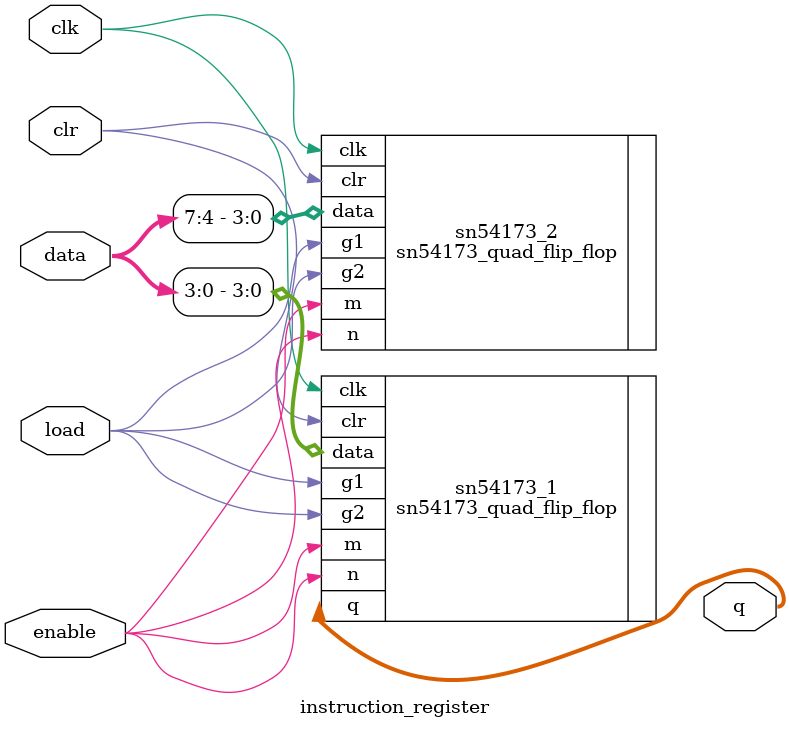
<source format=v>
`default_nettype none
module instruction_register (
    input wire load,
    input wire enable,
    input wire clr,
    input wire clk,
    input wire [7:0] data,
    output wire [3:0] q
);
  sn54173_quad_flip_flop sn54173_1 (
      .m(enable),
      .n(enable),
      .g1(load),
      .g2(load),
      .clr(clr),
      .clk(clk),
      .data(data[3:0]),  // lower 4 bits of data
      .q(q[3:0])  // lower 4 bits of q
  );
  sn54173_quad_flip_flop sn54173_2 (
      .m(enable),
      .n(enable),
      .g1(load),
      .g2(load),
      .clr(clr),
      .clk(clk),
      .data(data[7:4])  // upper 4 bits of data
  );
endmodule

</source>
